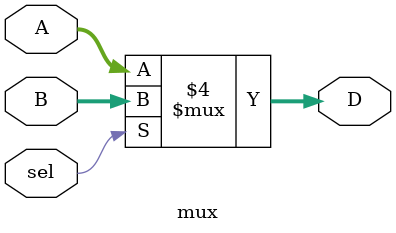
<source format=v>
`timescale 1ns / 1ps
module mux( D, A, B, sel);
output [19:0] D;
input [19:0] A,B;
input sel;
reg [19:0] D;

always@(*)
if (sel == 1'b0)
	D = A;
	else
	D = B;
	
endmodule

</source>
